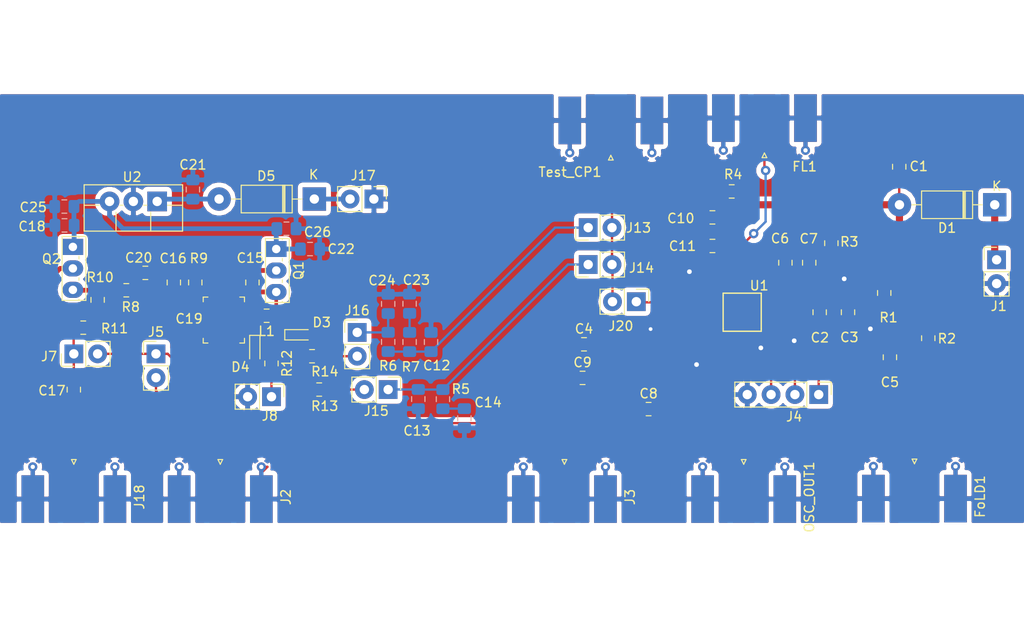
<source format=kicad_pcb>
(kicad_pcb (version 20171130) (host pcbnew "(5.0.2)-1")
  (layers (0 F.Cu signal) (31 B.Cu signal) (34 B.Paste user) (35 F.Paste user) (36 B.SilkS user) (37 F.SilkS user) (38 B.Mask user) (39 F.Mask user) (44 Edge.Cuts user))
  (net 0 "")
  (net 1 GND)
  (net 2 "Net-(C4-Pad1)")
  (net 3 "Net-(C8-Pad1)")
  (net 4 "Net-(C9-Pad2)")
  (net 5 PLL_Power)
  (net 6 "Net-(C12-Pad2)")
  (net 7 "Net-(C15-Pad1)")
  (net 8 "Net-(C15-Pad2)")
  (net 9 8V)
  (net 10 "Net-(C20-Pad2)")
  (net 11 "Net-(C21-Pad1)")
  (net 12 "Net-(D1-Pad1)")
  (net 13 "Net-(D3-Pad1)")
  (net 14 "Net-(D5-Pad1)")
  (net 15 "Net-(J2-Pad1)")
  (net 16 "Net-(J13-Pad2)")
  (net 17 V_uC)
  (net 18 Vp)
  (net 19 Vcc)
  (net 20 CE)
  (net 21 F_IN)
  (net 22 OSC_IN)
  (net 23 CPo)
  (net 24 LE)
  (net 25 Data)
  (net 26 FL)
  (net 27 FoLD)
  (net 28 OSC_OUT)
  (net 29 Clock)
  (net 30 "Net-(C13-Pad1)")
  (net 31 "Net-(C14-Pad1)")
  (net 32 "Net-(C17-Pad2)")
  (net 33 "Net-(C17-Pad1)")
  (net 34 "Net-(Q2-Pad3)")
  (net 35 "Net-(C23-Pad1)")
  (net 36 "Net-(C24-Pad1)")
  (net 37 "Net-(J8-Pad1)")
  (net 38 "Net-(J15-Pad2)")
  (net 39 "Net-(J16-Pad2)")
  (module Capacitor_SMD:C_0805_2012Metric_Pad1.15x1.40mm_HandSolder (layer B.Cu) (at 109.2925 90.5383 180)
    (fp_text reference C26 (at -3.3184 -0.3556 180) (layer F.SilkS))
    (fp_text value 100pF)
    (pad 2 smd roundrect (at 1.025 0 180) (size 1.15 1.4) (layers B.Cu B.Paste B.Mask) (roundrect_rratio 0.217391) (net 9 8V))
    (pad 1 smd roundrect (at -1.025 0 180) (size 1.15 1.4) (layers B.Cu B.Paste B.Mask) (roundrect_rratio 0.217391) (net 1 GND))
  )
  (module Capacitor_SMD:C_0805_2012Metric_Pad1.15x1.40mm_HandSolder (layer B.Cu) (at 85.6017 88.1761)
    (fp_text reference C25 (at -3.3184 0.0762) (layer F.SilkS))
    (fp_text value 100pF)
    (pad 1 smd roundrect (at -1.025 0) (size 1.15 1.4) (layers B.Cu B.Paste B.Mask) (roundrect_rratio 0.217391) (net 1 GND))
    (pad 2 smd roundrect (at 1.025 0) (size 1.15 1.4) (layers B.Cu B.Paste B.Mask) (roundrect_rratio 0.217391) (net 9 8V))
  )
  (module Resistor_SMD:R_0805_2012Metric_Pad1.15x1.40mm_HandSolder (layer F.Cu) (at 112.023 104.14 180)
    (fp_text reference R14 (at -1.3626 -1.6383 180) (layer F.SilkS))
    (fp_text value 1k)
    (pad 2 smd roundrect (at 1.025 0 180) (size 1.15 1.4) (layers F.Cu F.Paste F.Mask) (roundrect_rratio 0.217391) (net 13 "Net-(D3-Pad1)"))
    (pad 1 smd roundrect (at -1.025 0 180) (size 1.15 1.4) (layers F.Cu F.Paste F.Mask) (roundrect_rratio 0.217391) (net 39 "Net-(J16-Pad2)"))
  )
  (module Resistor_SMD:R_0805_2012Metric_Pad1.15x1.40mm_HandSolder (layer F.Cu) (at 112.785 107.696)
    (fp_text reference R13 (at 0.5879 1.7653) (layer F.SilkS))
    (fp_text value 1k)
    (pad 1 smd roundrect (at -1.025 0) (size 1.15 1.4) (layers F.Cu F.Paste F.Mask) (roundrect_rratio 0.217391) (net 13 "Net-(D3-Pad1)"))
    (pad 2 smd roundrect (at 1.025 0) (size 1.15 1.4) (layers F.Cu F.Paste F.Mask) (roundrect_rratio 0.217391) (net 38 "Net-(J15-Pad2)"))
  )
  (module Resistor_SMD:R_0805_2012Metric_Pad1.15x1.40mm_HandSolder (layer F.Cu) (at 89.154 98.1292 270)
    (fp_text reference R10 (at -2.4093 -0.2667) (layer F.SilkS))
    (fp_text value 10k)
    (pad 1 smd roundrect (at -1.025 0 270) (size 1.15 1.4) (layers F.Cu F.Paste F.Mask) (roundrect_rratio 0.217391) (net 34 "Net-(Q2-Pad3)"))
    (pad 2 smd roundrect (at 1.025 0 270) (size 1.15 1.4) (layers F.Cu F.Paste F.Mask) (roundrect_rratio 0.217391) (net 1 GND))
  )
  (module Resistor_SMD:R_0805_2012Metric_Pad1.15x1.40mm_HandSolder (layer F.Cu) (at 107.696 104.911 270)
    (fp_text reference R12 (at 0 -1.65 270) (layer F.SilkS))
    (fp_text value 1k)
    (pad 1 smd roundrect (at -1.025 0 270) (size 1.15 1.4) (layers F.Cu F.Paste F.Mask) (roundrect_rratio 0.217391) (net 13 "Net-(D3-Pad1)"))
    (pad 2 smd roundrect (at 1.025 0 270) (size 1.15 1.4) (layers F.Cu F.Paste F.Mask) (roundrect_rratio 0.217391) (net 37 "Net-(J8-Pad1)"))
  )
  (module Capacitor_SMD:C_0805_2012Metric_Pad1.15x1.40mm_HandSolder (layer B.Cu) (at 120.142 98.561 90)
    (fp_text reference C24 (at 2.4982 -0.6604 180) (layer F.SilkS))
    (fp_text value C)
    (pad 2 smd roundrect (at 1.025 0 90) (size 1.15 1.4) (layers B.Cu B.Paste B.Mask) (roundrect_rratio 0.217391) (net 1 GND))
    (pad 1 smd roundrect (at -1.025 0 90) (size 1.15 1.4) (layers B.Cu B.Paste B.Mask) (roundrect_rratio 0.217391) (net 36 "Net-(C24-Pad1)"))
  )
  (module Capacitor_SMD:C_0805_2012Metric_Pad1.15x1.40mm_HandSolder (layer B.Cu) (at 122.428 98.543 90)
    (fp_text reference C23 (at 2.531 0.7239 180) (layer F.SilkS))
    (fp_text value C)
    (pad 1 smd roundrect (at -1.025 0 90) (size 1.15 1.4) (layers B.Cu B.Paste B.Mask) (roundrect_rratio 0.217391) (net 35 "Net-(C23-Pad1)"))
    (pad 2 smd roundrect (at 1.025 0 90) (size 1.15 1.4) (layers B.Cu B.Paste B.Mask) (roundrect_rratio 0.217391) (net 1 GND))
  )
  (module Capacitor_SMD:C_Trimmer_Murata_TZB4-B (layer F.Cu) (at 102.616 100.282 270)
    (fp_text reference C19 (at -0.1425 3.7084) (layer F.SilkS))
    (fp_text value C_Variable)
    (pad 1 smd rect (at -3 0 270) (size 2 1.6) (layers F.Cu F.Paste F.Mask) (net 8 "Net-(C15-Pad2)"))
    (pad 2 smd rect (at 3 0 270) (size 2 1.6) (layers F.Cu F.Paste F.Mask) (net 1 GND))
  )
  (module Resistor_SMD:R_0805_2012Metric_Pad1.15x1.40mm_HandSolder (layer B.Cu) (at 122.428 102.625 90)
    (fp_text reference R7 (at -2.6453 0.127 180) (layer F.SilkS))
    (fp_text value R)
    (pad 1 smd roundrect (at -1.025 0 90) (size 1.15 1.4) (layers B.Cu B.Paste B.Mask) (roundrect_rratio 0.217391) (net 6 "Net-(C12-Pad2)"))
    (pad 2 smd roundrect (at 1.025 0 90) (size 1.15 1.4) (layers B.Cu B.Paste B.Mask) (roundrect_rratio 0.217391) (net 35 "Net-(C23-Pad1)"))
  )
  (module Resistor_SMD:R_0805_2012Metric_Pad1.15x1.40mm_HandSolder (layer F.Cu) (at 92.211 97.1042)
    (fp_text reference R8 (at 0.4736 1.7907) (layer F.SilkS))
    (fp_text value "0 Ohms")
    (pad 2 smd roundrect (at 1.025 0) (size 1.15 1.4) (layers F.Cu F.Paste F.Mask) (roundrect_rratio 0.217391) (net 10 "Net-(C20-Pad2)"))
    (pad 1 smd roundrect (at -1.025 0) (size 1.15 1.4) (layers F.Cu F.Paste F.Mask) (roundrect_rratio 0.217391) (net 34 "Net-(Q2-Pad3)"))
  )
  (module Capacitor_SMD:C_0805_2012Metric_Pad1.15x1.40mm_HandSolder (layer F.Cu) (at 86.614 107.705 270)
    (fp_text reference C17 (at 0.1053 2.3368) (layer F.SilkS))
    (fp_text value 100nF)
    (pad 2 smd roundrect (at 1.025 0 270) (size 1.15 1.4) (layers F.Cu F.Paste F.Mask) (roundrect_rratio 0.217391) (net 32 "Net-(C17-Pad2)"))
    (pad 1 smd roundrect (at -1.025 0 270) (size 1.15 1.4) (layers F.Cu F.Paste F.Mask) (roundrect_rratio 0.217391) (net 33 "Net-(C17-Pad1)"))
  )
  (module Capacitor_SMD:C_0805_2012Metric_Pad1.15x1.40mm_HandSolder (layer B.Cu) (at 128.27 110.753 270)
    (fp_text reference C14 (at -1.6854 -2.5273) (layer F.SilkS))
    (fp_text value C)
    (pad 1 smd roundrect (at -1.025 0 270) (size 1.15 1.4) (layers B.Cu B.Paste B.Mask) (roundrect_rratio 0.217391) (net 31 "Net-(C14-Pad1)"))
    (pad 2 smd roundrect (at 1.025 0 270) (size 1.15 1.4) (layers B.Cu B.Paste B.Mask) (roundrect_rratio 0.217391) (net 1 GND))
  )
  (module Package_TO_SOT_THT:TO-251-3_Vertical (layer F.Cu) (at 86.5124 92.4814 270)
    (fp_text reference Q2 (at 1.2827 2.2987) (layer F.SilkS))
    (fp_text value Q_NJFET_DSG)
    (pad 3 thru_hole oval (at 4.58 0 270) (size 1.7175 2.2) (drill 0.9) (layers *.Cu *.Mask) (net 34 "Net-(Q2-Pad3)"))
    (pad 2 thru_hole oval (at 2.29 0 270) (size 1.7175 2.2) (drill 0.9) (layers *.Cu *.Mask) (net 33 "Net-(C17-Pad1)"))
    (pad 1 thru_hole rect (at 0 0 270) (size 1.7175 2.2) (drill 0.9) (layers *.Cu *.Mask) (net 9 8V))
  )
  (module Package_TO_SOT_THT:TO-251-3_Vertical (layer F.Cu) (at 108.204 92.706 270)
    (fp_text reference Q1 (at 2.29 -2.39 270) (layer F.SilkS))
    (fp_text value Q_NJFET_DSG)
    (pad 1 thru_hole rect (at 0 0 270) (size 1.7 2.2) (drill 0.9) (layers *.Cu *.Mask) (net 9 8V))
    (pad 2 thru_hole oval (at 2.29 0 270) (size 1.7 2.2) (drill 0.9) (layers *.Cu *.Mask) (net 7 "Net-(C15-Pad1)"))
    (pad 3 thru_hole oval (at 4.58 0 270) (size 1.7 2.2) (drill 0.9) (layers *.Cu *.Mask) (net 8 "Net-(C15-Pad2)"))
  )
  (module Connector_Coaxial:SMA_Molex_73251-1153_EdgeMount_Horizontal (layer F.Cu) (at 176.276 117.6092 90)
    (fp_text reference FoLD1 (at -1.5 7 90) (layer F.SilkS))
    (fp_text value Conn_Coaxial)
    (pad 2 smd rect (at 1.27 4.38 90) (size 0.95 0.46) (layers B.Cu) (net 1 GND))
    (pad 2 smd rect (at 1.27 -4.38 90) (size 0.95 0.46) (layers B.Cu) (net 1 GND))
    (pad 2 smd rect (at 1.27 4.38 90) (size 0.95 0.46) (layers F.Cu) (net 1 GND))
    (pad 2 smd rect (at 1.27 -4.38 90) (size 0.95 0.46) (layers F.Cu) (net 1 GND))
    (pad 2 thru_hole circle (at 1.72 4.38 90) (size 0.97 0.97) (drill 0.46) (layers *.Cu) (net 1 GND))
    (pad 2 thru_hole circle (at 1.72 -4.38 90) (size 0.97 0.97) (drill 0.46) (layers *.Cu) (net 1 GND))
    (pad 2 smd rect (at -1.72 4.38 90) (size 5.08 2.42) (layers B.Cu B.Paste B.Mask) (net 1 GND))
    (pad 2 smd rect (at -1.72 -4.38 90) (size 5.08 2.42) (layers B.Cu B.Paste B.Mask) (net 1 GND))
    (pad 2 smd rect (at -1.72 4.38 90) (size 5.08 2.42) (layers F.Cu F.Paste F.Mask) (net 1 GND))
    (pad 2 smd rect (at -1.72 -4.38 90) (size 5.08 2.42) (layers F.Cu F.Paste F.Mask) (net 1 GND))
    (pad 1 smd rect (at -1.72 0 90) (size 5.08 2.29) (layers F.Cu F.Paste F.Mask) (net 27 FoLD))
  )
  (module Connector_Coaxial:SMA_Molex_73251-1153_EdgeMount_Horizontal (layer F.Cu) (at 160.274 80.46 270)
    (fp_text reference FL1 (at 3.45652 -4.28244) (layer F.SilkS))
    (fp_text value Conn_Coaxial)
    (pad 1 smd rect (at -1.72 0 270) (size 5.08 2.29) (layers F.Cu F.Paste F.Mask) (net 26 FL))
    (pad 2 smd rect (at -1.72 -4.38 270) (size 5.08 2.42) (layers F.Cu F.Paste F.Mask) (net 1 GND))
    (pad 2 smd rect (at -1.72 4.38 270) (size 5.08 2.42) (layers F.Cu F.Paste F.Mask) (net 1 GND))
    (pad 2 smd rect (at -1.72 -4.38 270) (size 5.08 2.42) (layers B.Cu B.Paste B.Mask) (net 1 GND))
    (pad 2 smd rect (at -1.72 4.38 270) (size 5.08 2.42) (layers B.Cu B.Paste B.Mask) (net 1 GND))
    (pad 2 thru_hole circle (at 1.72 -4.38 270) (size 0.97 0.97) (drill 0.46) (layers *.Cu) (net 1 GND))
    (pad 2 thru_hole circle (at 1.72 4.38 270) (size 0.97 0.97) (drill 0.46) (layers *.Cu) (net 1 GND))
    (pad 2 smd rect (at 1.27 -4.38 270) (size 0.95 0.46) (layers F.Cu) (net 1 GND))
    (pad 2 smd rect (at 1.27 4.38 270) (size 0.95 0.46) (layers F.Cu) (net 1 GND))
    (pad 2 smd rect (at 1.27 -4.38 270) (size 0.95 0.46) (layers B.Cu) (net 1 GND))
    (pad 2 smd rect (at 1.27 4.38 270) (size 0.95 0.46) (layers B.Cu) (net 1 GND))
  )
  (module Connector_Coaxial:SMA_Molex_73251-1153_EdgeMount_Horizontal (layer F.Cu) (at 143.891 80.714 270)
    (fp_text reference Test_CP1 (at 3.78672 4.35356) (layer F.SilkS))
    (fp_text value Conn_Coaxial)
    (pad 2 smd rect (at 1.27 4.38 270) (size 0.95 0.46) (layers B.Cu) (net 1 GND))
    (pad 2 smd rect (at 1.27 -4.38 270) (size 0.95 0.46) (layers B.Cu) (net 1 GND))
    (pad 2 smd rect (at 1.27 4.38 270) (size 0.95 0.46) (layers F.Cu) (net 1 GND))
    (pad 2 smd rect (at 1.27 -4.38 270) (size 0.95 0.46) (layers F.Cu) (net 1 GND))
    (pad 2 thru_hole circle (at 1.72 4.38 270) (size 0.97 0.97) (drill 0.46) (layers *.Cu) (net 1 GND))
    (pad 2 thru_hole circle (at 1.72 -4.38 270) (size 0.97 0.97) (drill 0.46) (layers *.Cu) (net 1 GND))
    (pad 2 smd rect (at -1.72 4.38 270) (size 5.08 2.42) (layers B.Cu B.Paste B.Mask) (net 1 GND))
    (pad 2 smd rect (at -1.72 -4.38 270) (size 5.08 2.42) (layers B.Cu B.Paste B.Mask) (net 1 GND))
    (pad 2 smd rect (at -1.72 4.38 270) (size 5.08 2.42) (layers F.Cu F.Paste F.Mask) (net 1 GND))
    (pad 2 smd rect (at -1.72 -4.38 270) (size 5.08 2.42) (layers F.Cu F.Paste F.Mask) (net 1 GND))
    (pad 1 smd rect (at -1.72 0 270) (size 5.08 2.29) (layers F.Cu F.Paste F.Mask) (net 16 "Net-(J13-Pad2)"))
  )
  (module Connector_Coaxial:SMA_Molex_73251-1153_EdgeMount_Horizontal (layer F.Cu) (at 158.0642 117.66 90)
    (fp_text reference OSC_OUT1 (at -1.5 7 90) (layer F.SilkS))
    (fp_text value Conn_Coaxial)
    (pad 1 smd rect (at -1.72 0 90) (size 5.08 2.29) (layers F.Cu F.Paste F.Mask) (net 28 OSC_OUT))
    (pad 2 smd rect (at -1.72 -4.38 90) (size 5.08 2.42) (layers F.Cu F.Paste F.Mask) (net 1 GND))
    (pad 2 smd rect (at -1.72 4.38 90) (size 5.08 2.42) (layers F.Cu F.Paste F.Mask) (net 1 GND))
    (pad 2 smd rect (at -1.72 -4.38 90) (size 5.08 2.42) (layers B.Cu B.Paste B.Mask) (net 1 GND))
    (pad 2 smd rect (at -1.72 4.38 90) (size 5.08 2.42) (layers B.Cu B.Paste B.Mask) (net 1 GND))
    (pad 2 thru_hole circle (at 1.72 -4.38 90) (size 0.97 0.97) (drill 0.46) (layers *.Cu) (net 1 GND))
    (pad 2 thru_hole circle (at 1.72 4.38 90) (size 0.97 0.97) (drill 0.46) (layers *.Cu) (net 1 GND))
    (pad 2 smd rect (at 1.27 -4.38 90) (size 0.95 0.46) (layers F.Cu) (net 1 GND))
    (pad 2 smd rect (at 1.27 4.38 90) (size 0.95 0.46) (layers F.Cu) (net 1 GND))
    (pad 2 smd rect (at 1.27 -4.38 90) (size 0.95 0.46) (layers B.Cu) (net 1 GND))
    (pad 2 smd rect (at 1.27 4.38 90) (size 0.95 0.46) (layers B.Cu) (net 1 GND))
  )
  (module Capacitor_SMD:C_0805_2012Metric_Pad1.15x1.40mm_HandSolder (layer F.Cu) (at 174.6504 83.9306 270)
    (fp_text reference C1 (at -0.04456 -2.0828) (layer F.SilkS))
    (fp_text value C)
    (pad 1 smd roundrect (at -1.025 0 270) (size 1.15 1.4) (layers F.Cu F.Paste F.Mask) (roundrect_rratio 0.217391) (net 1 GND))
    (pad 2 smd roundrect (at 1.025 0 270) (size 1.15 1.4) (layers F.Cu F.Paste F.Mask) (roundrect_rratio 0.217391) (net 5 PLL_Power))
  )
  (module Capacitor_SMD:C_0805_2012Metric_Pad1.15x1.40mm_HandSolder (layer F.Cu) (at 166.1668 99.45 90)
    (fp_text reference C2 (at -2.7088 0.02032 180) (layer F.SilkS))
    (fp_text value 100nF)
    (pad 1 smd roundrect (at -1.025 0 90) (size 1.15 1.4) (layers F.Cu F.Paste F.Mask) (roundrect_rratio 0.217391) (net 1 GND))
    (pad 2 smd roundrect (at 1.025 0 90) (size 1.15 1.4) (layers F.Cu F.Paste F.Mask) (roundrect_rratio 0.217391) (net 17 V_uC))
  )
  (module Capacitor_SMD:C_0805_2012Metric_Pad1.15x1.40mm_HandSolder (layer F.Cu) (at 169.1894 99.45 90)
    (fp_text reference C3 (at -2.67324 0.14224 180) (layer F.SilkS))
    (fp_text value 100pF)
    (pad 2 smd roundrect (at 1.025 0 90) (size 1.15 1.4) (layers F.Cu F.Paste F.Mask) (roundrect_rratio 0.217391) (net 17 V_uC))
    (pad 1 smd roundrect (at -1.025 0 90) (size 1.15 1.4) (layers F.Cu F.Paste F.Mask) (roundrect_rratio 0.217391) (net 1 GND))
  )
  (module Capacitor_SMD:C_0805_2012Metric_Pad1.15x1.40mm_HandSolder (layer F.Cu) (at 141.0298 102.87)
    (fp_text reference C4 (at 0 -1.65) (layer F.SilkS))
    (fp_text value 1000pF)
    (pad 2 smd roundrect (at 1.025 0) (size 1.15 1.4) (layers F.Cu F.Paste F.Mask) (roundrect_rratio 0.217391) (net 21 F_IN))
    (pad 1 smd roundrect (at -1.025 0) (size 1.15 1.4) (layers F.Cu F.Paste F.Mask) (roundrect_rratio 0.217391) (net 2 "Net-(C4-Pad1)"))
  )
  (module Capacitor_SMD:C_0805_2012Metric_Pad1.15x1.40mm_HandSolder (layer F.Cu) (at 173.6598 104.2506 90)
    (fp_text reference C5 (at -2.66308 -0.00508 180) (layer F.SilkS))
    (fp_text value 100nF)
    (pad 2 smd roundrect (at 1.025 0 90) (size 1.15 1.4) (layers F.Cu F.Paste F.Mask) (roundrect_rratio 0.217391) (net 20 CE))
    (pad 1 smd roundrect (at -1.025 0 90) (size 1.15 1.4) (layers F.Cu F.Paste F.Mask) (roundrect_rratio 0.217391) (net 1 GND))
  )
  (module Capacitor_SMD:C_0805_2012Metric_Pad1.15x1.40mm_HandSolder (layer F.Cu) (at 162.5092 94.1668 90)
    (fp_text reference C6 (at 2.5871 -0.5715 180) (layer F.SilkS))
    (fp_text value 100nF)
    (pad 1 smd roundrect (at -1.025 0 90) (size 1.15 1.4) (layers F.Cu F.Paste F.Mask) (roundrect_rratio 0.217391) (net 1 GND))
    (pad 2 smd roundrect (at 1.025 0 90) (size 1.15 1.4) (layers F.Cu F.Paste F.Mask) (roundrect_rratio 0.217391) (net 19 Vcc))
  )
  (module Capacitor_SMD:C_0805_2012Metric_Pad1.15x1.40mm_HandSolder (layer F.Cu) (at 165.0492 94.1668 90)
    (fp_text reference C7 (at 2.5617 -0.0508 180) (layer F.SilkS))
    (fp_text value 100pF)
    (pad 1 smd roundrect (at -1.025 0 90) (size 1.15 1.4) (layers F.Cu F.Paste F.Mask) (roundrect_rratio 0.217391) (net 1 GND))
    (pad 2 smd roundrect (at 1.025 0 90) (size 1.15 1.4) (layers F.Cu F.Paste F.Mask) (roundrect_rratio 0.217391) (net 19 Vcc))
  )
  (module Capacitor_SMD:C_0805_2012Metric_Pad1.15x1.40mm_HandSolder (layer F.Cu) (at 147.9206 109.7788)
    (fp_text reference C8 (at 0 -1.65) (layer F.SilkS))
    (fp_text value 1000pF)
    (pad 2 smd roundrect (at 1.025 0) (size 1.15 1.4) (layers F.Cu F.Paste F.Mask) (roundrect_rratio 0.217391) (net 22 OSC_IN))
    (pad 1 smd roundrect (at -1.025 0) (size 1.15 1.4) (layers F.Cu F.Paste F.Mask) (roundrect_rratio 0.217391) (net 3 "Net-(C8-Pad1)"))
  )
  (module Capacitor_SMD:C_0805_2012Metric_Pad1.15x1.40mm_HandSolder (layer F.Cu) (at 140.8774 106.4514)
    (fp_text reference C9 (at 0 -1.65) (layer F.SilkS))
    (fp_text value 100nF)
    (pad 2 smd roundrect (at 1.025 0) (size 1.15 1.4) (layers F.Cu F.Paste F.Mask) (roundrect_rratio 0.217391) (net 4 "Net-(C9-Pad2)"))
    (pad 1 smd roundrect (at -1.025 0) (size 1.15 1.4) (layers F.Cu F.Paste F.Mask) (roundrect_rratio 0.217391) (net 1 GND))
  )
  (module Capacitor_SMD:C_0805_2012Metric_Pad1.15x1.40mm_HandSolder (layer F.Cu) (at 154.7278 89.3318)
    (fp_text reference C10 (at -3.3692 0.1016) (layer F.SilkS))
    (fp_text value 100nF)
    (pad 2 smd roundrect (at 1.025 0) (size 1.15 1.4) (layers F.Cu F.Paste F.Mask) (roundrect_rratio 0.217391) (net 18 Vp))
    (pad 1 smd roundrect (at -1.025 0) (size 1.15 1.4) (layers F.Cu F.Paste F.Mask) (roundrect_rratio 0.217391) (net 1 GND))
  )
  (module Capacitor_SMD:C_0805_2012Metric_Pad1.15x1.40mm_HandSolder (layer F.Cu) (at 154.7278 92.3798)
    (fp_text reference C11 (at -3.1914 0.0127) (layer F.SilkS))
    (fp_text value 100pF)
    (pad 1 smd roundrect (at -1.025 0) (size 1.15 1.4) (layers F.Cu F.Paste F.Mask) (roundrect_rratio 0.217391) (net 1 GND))
    (pad 2 smd roundrect (at 1.025 0) (size 1.15 1.4) (layers F.Cu F.Paste F.Mask) (roundrect_rratio 0.217391) (net 18 Vp))
  )
  (module Capacitor_SMD:C_0805_2012Metric_Pad1.15x1.40mm_HandSolder (layer B.Cu) (at 124.714 102.625 270)
    (fp_text reference C12 (at 2.5056 -0.6096) (layer F.SilkS))
    (fp_text value C)
    (pad 2 smd roundrect (at 1.025 0 270) (size 1.15 1.4) (layers B.Cu B.Paste B.Mask) (roundrect_rratio 0.217391) (net 6 "Net-(C12-Pad2)"))
    (pad 1 smd roundrect (at -1.025 0 270) (size 1.15 1.4) (layers B.Cu B.Paste B.Mask) (roundrect_rratio 0.217391) (net 1 GND))
  )
  (module Capacitor_SMD:C_0805_2012Metric_Pad1.15x1.40mm_HandSolder (layer B.Cu) (at 123.3551 108.7083 270)
    (fp_text reference C13 (at 3.3819 0.1397) (layer F.SilkS))
    (fp_text value C)
    (pad 2 smd roundrect (at 1.025 0 270) (size 1.15 1.4) (layers B.Cu B.Paste B.Mask) (roundrect_rratio 0.217391) (net 1 GND))
    (pad 1 smd roundrect (at -1.025 0 270) (size 1.15 1.4) (layers B.Cu B.Paste B.Mask) (roundrect_rratio 0.217391) (net 30 "Net-(C13-Pad1)"))
  )
  (module Capacitor_SMD:C_0805_2012Metric_Pad1.15x1.40mm_HandSolder (layer F.Cu) (at 105.664 96.275 270)
    (fp_text reference C15 (at -2.6125 0.2286) (layer F.SilkS))
    (fp_text value 120)
    (pad 1 smd roundrect (at -1.025 0 270) (size 1.15 1.4) (layers F.Cu F.Paste F.Mask) (roundrect_rratio 0.217391) (net 7 "Net-(C15-Pad1)"))
    (pad 2 smd roundrect (at 1.025 0 270) (size 1.15 1.4) (layers F.Cu F.Paste F.Mask) (roundrect_rratio 0.217391) (net 8 "Net-(C15-Pad2)"))
  )
  (module Capacitor_SMD:C_0805_2012Metric_Pad1.15x1.40mm_HandSolder (layer F.Cu) (at 97.282 96.275 90)
    (fp_text reference C16 (at 2.5744 -0.0762 180) (layer F.SilkS))
    (fp_text value 560)
    (pad 2 smd roundrect (at 1.025 0 90) (size 1.15 1.4) (layers F.Cu F.Paste F.Mask) (roundrect_rratio 0.217391) (net 7 "Net-(C15-Pad1)"))
    (pad 1 smd roundrect (at -1.025 0 90) (size 1.15 1.4) (layers F.Cu F.Paste F.Mask) (roundrect_rratio 0.217391) (net 1 GND))
  )
  (module Capacitor_SMD:C_0805_2012Metric_Pad1.15x1.40mm_HandSolder (layer B.Cu) (at 85.6197 90.1827)
    (fp_text reference C18 (at -3.4634 0.1143) (layer F.SilkS))
    (fp_text value 100nF)
    (pad 1 smd roundrect (at -1.025 0) (size 1.15 1.4) (layers B.Cu B.Paste B.Mask) (roundrect_rratio 0.217391) (net 1 GND))
    (pad 2 smd roundrect (at 1.025 0) (size 1.15 1.4) (layers B.Cu B.Paste B.Mask) (roundrect_rratio 0.217391) (net 9 8V))
  )
  (module Capacitor_SMD:C_0805_2012Metric_Pad1.15x1.40mm_HandSolder (layer F.Cu) (at 94.243 95.25 180)
    (fp_text reference C20 (at 0.7075 1.6129 180) (layer F.SilkS))
    (fp_text value 10pF)
    (pad 1 smd roundrect (at -1.025 0 180) (size 1.15 1.4) (layers F.Cu F.Paste F.Mask) (roundrect_rratio 0.217391) (net 7 "Net-(C15-Pad1)"))
    (pad 2 smd roundrect (at 1.025 0 180) (size 1.15 1.4) (layers F.Cu F.Paste F.Mask) (roundrect_rratio 0.217391) (net 10 "Net-(C20-Pad2)"))
  )
  (module Capacitor_SMD:C_0805_2012Metric_Pad1.15x1.40mm_HandSolder (layer B.Cu) (at 99.314 86.36 90)
    (fp_text reference C21 (at 2.6416 0) (layer F.SilkS))
    (fp_text value 100nF)
    (pad 1 smd roundrect (at -1.025 0 90) (size 1.15 1.4) (layers B.Cu B.Paste B.Mask) (roundrect_rratio 0.217391) (net 11 "Net-(C21-Pad1)"))
    (pad 2 smd roundrect (at 1.025 0 90) (size 1.15 1.4) (layers B.Cu B.Paste B.Mask) (roundrect_rratio 0.217391) (net 1 GND))
  )
  (module Capacitor_SMD:C_0805_2012Metric_Pad1.15x1.40mm_HandSolder (layer B.Cu) (at 111.8071 92.71 180)
    (fp_text reference C22 (at -3.3184 0 180) (layer F.SilkS))
    (fp_text value 100nF)
    (pad 1 smd roundrect (at -1.025 0 180) (size 1.15 1.4) (layers B.Cu B.Paste B.Mask) (roundrect_rratio 0.217391) (net 1 GND))
    (pad 2 smd roundrect (at 1.025 0 180) (size 1.15 1.4) (layers B.Cu B.Paste B.Mask) (roundrect_rratio 0.217391) (net 9 8V))
  )
  (module Diode_THT:D_DO-41_SOD81_P10.16mm_Horizontal (layer F.Cu) (at 184.8358 87.9856 180)
    (fp_text reference D1 (at 5.08 -2.47 180) (layer F.SilkS))
    (fp_text value DIODE)
    (fp_text user K (at -0.21336 1.9812 180) (layer F.SilkS))
    (pad 1 thru_hole rect (at 0 0 180) (size 2.5 2.5) (drill 1) (layers *.Cu *.Mask) (net 12 "Net-(D1-Pad1)"))
    (pad 2 thru_hole oval (at 10.16 0 180) (size 2.5 2.5) (drill 1) (layers *.Cu *.Mask) (net 5 PLL_Power))
  )
  (module Diode_SMD:D_SC-80_HandSoldering (layer F.Cu) (at 110.914 101.854)
    (fp_text reference D3 (at 2.1414 -1.3208) (layer F.SilkS))
    (fp_text value D_Capacitance)
    (pad 1 smd rect (at -1.1 0) (size 1.1 0.6) (layers F.Cu F.Paste F.Mask) (net 13 "Net-(D3-Pad1)"))
    (pad 2 smd rect (at 1.1 0) (size 1.1 0.6) (layers F.Cu F.Paste F.Mask) (net 8 "Net-(C15-Pad2)"))
  )
  (module Diode_SMD:D_SC-80_HandSoldering (layer F.Cu) (at 105.918 103.716 270)
    (fp_text reference D4 (at 1.5797 1.5367) (layer F.SilkS))
    (fp_text value D_Capacitance)
    (pad 2 smd rect (at 1.1 0 270) (size 1.1 0.6) (layers F.Cu F.Paste F.Mask) (net 1 GND))
    (pad 1 smd rect (at -1.1 0 270) (size 1.1 0.6) (layers F.Cu F.Paste F.Mask) (net 13 "Net-(D3-Pad1)"))
  )
  (module Diode_THT:D_DO-41_SOD81_P10.16mm_Horizontal (layer F.Cu) (at 112.268 87.376 180)
    (fp_text reference D5 (at 5.1308 2.4511 180) (layer F.SilkS))
    (fp_text value DIODE)
    (fp_text user K (at 0.0762 2.6035 180) (layer F.SilkS))
    (pad 2 thru_hole oval (at 10.16 0 180) (size 2.5 2.5) (drill 1) (layers *.Cu *.Mask) (net 11 "Net-(C21-Pad1)"))
    (pad 1 thru_hole rect (at 0 0 180) (size 2.5 2.5) (drill 1) (layers *.Cu *.Mask) (net 14 "Net-(D5-Pad1)"))
  )
  (module Connector_PinHeader_2.54mm:PinHeader_1x02_P2.54mm_Vertical (layer F.Cu) (at 185.039 93.853)
    (fp_text reference J1 (at 0.2286 4.94792) (layer F.SilkS))
    (fp_text value Conn_01x02_Male)
    (pad 2 thru_hole oval (at 0 2.54) (size 2 2) (drill 1) (layers *.Cu *.Mask) (net 1 GND))
    (pad 1 thru_hole rect (at 0 0) (size 2 2) (drill 1) (layers *.Cu *.Mask) (net 12 "Net-(D1-Pad1)"))
  )
  (module Connector_Coaxial:SMA_Molex_73251-1153_EdgeMount_Horizontal (layer F.Cu) (at 102.235 117.66 90)
    (fp_text reference J2 (at -1.5 7 90) (layer F.SilkS))
    (fp_text value Conn_Coaxial)
    (pad 2 smd rect (at 1.27 4.38 90) (size 0.95 0.46) (layers B.Cu) (net 1 GND))
    (pad 2 smd rect (at 1.27 -4.38 90) (size 0.95 0.46) (layers B.Cu) (net 1 GND))
    (pad 2 smd rect (at 1.27 4.38 90) (size 0.95 0.46) (layers F.Cu) (net 1 GND))
    (pad 2 smd rect (at 1.27 -4.38 90) (size 0.95 0.46) (layers F.Cu) (net 1 GND))
    (pad 2 thru_hole circle (at 1.72 4.38 90) (size 0.97 0.97) (drill 0.46) (layers *.Cu) (net 1 GND))
    (pad 2 thru_hole circle (at 1.72 -4.38 90) (size 0.97 0.97) (drill 0.46) (layers *.Cu) (net 1 GND))
    (pad 2 smd rect (at -1.72 4.38 90) (size 5.08 2.42) (layers B.Cu B.Paste B.Mask) (net 1 GND))
    (pad 2 smd rect (at -1.72 -4.38 90) (size 5.08 2.42) (layers B.Cu B.Paste B.Mask) (net 1 GND))
    (pad 2 smd rect (at -1.72 4.38 90) (size 5.08 2.42) (layers F.Cu F.Paste F.Mask) (net 1 GND))
    (pad 2 smd rect (at -1.72 -4.38 90) (size 5.08 2.42) (layers F.Cu F.Paste F.Mask) (net 1 GND))
    (pad 1 smd rect (at -1.72 0 90) (size 5.08 2.29) (layers F.Cu F.Paste F.Mask) (net 15 "Net-(J2-Pad1)"))
  )
  (module Connector_Coaxial:SMA_Molex_73251-1153_EdgeMount_Horizontal (layer F.Cu) (at 138.938 117.66 90)
    (fp_text reference J3 (at -1.5 7 90) (layer F.SilkS))
    (fp_text value Conn_Coaxial)
    (pad 1 smd rect (at -1.72 0 90) (size 5.08 2.29) (layers F.Cu F.Paste F.Mask) (net 3 "Net-(C8-Pad1)"))
    (pad 2 smd rect (at -1.72 -4.38 90) (size 5.08 2.42) (layers F.Cu F.Paste F.Mask) (net 1 GND))
    (pad 2 smd rect (at -1.72 4.38 90) (size 5.08 2.42) (layers F.Cu F.Paste F.Mask) (net 1 GND))
    (pad 2 smd rect (at -1.72 -4.38 90) (size 5.08 2.42) (layers B.Cu B.Paste B.Mask) (net 1 GND))
    (pad 2 smd rect (at -1.72 4.38 90) (size 5.08 2.42) (layers B.Cu B.Paste B.Mask) (net 1 GND))
    (pad 2 thru_hole circle (at 1.72 -4.38 90) (size 0.97 0.97) (drill 0.46) (layers *.Cu) (net 1 GND))
    (pad 2 thru_hole circle (at 1.72 4.38 90) (size 0.97 0.97) (drill 0.46) (layers *.Cu) (net 1 GND))
    (pad 2 smd rect (at 1.27 -4.38 90) (size 0.95 0.46) (layers F.Cu) (net 1 GND))
    (pad 2 smd rect (at 1.27 4.38 90) (size 0.95 0.46) (layers F.Cu) (net 1 GND))
    (pad 2 smd rect (at 1.27 -4.38 90) (size 0.95 0.46) (layers B.Cu) (net 1 GND))
    (pad 2 smd rect (at 1.27 4.38 90) (size 0.95 0.46) (layers B.Cu) (net 1 GND))
  )
  (module Connector_PinHeader_2.54mm:PinHeader_1x04_P2.54mm_Vertical (layer F.Cu) (at 166.0652 108.2294 270)
    (fp_text reference J4 (at 2.3622 2.62128) (layer F.SilkS))
    (fp_text value Conn_01x04_Male)
    (pad 1 thru_hole rect (at 0 0 270) (size 2 2) (drill 1) (layers *.Cu *.Mask) (net 24 LE))
    (pad 2 thru_hole oval (at 0 2.54 270) (size 2 2) (drill 1) (layers *.Cu *.Mask) (net 25 Data))
    (pad 3 thru_hole oval (at 0 5.08 270) (size 2 2) (drill 1) (layers *.Cu *.Mask) (net 29 Clock))
    (pad 4 thru_hole oval (at 0 7.62 270) (size 2 2) (drill 1) (layers *.Cu *.Mask) (net 1 GND))
  )
  (module Connector_PinHeader_2.54mm:PinHeader_1x02_P2.54mm_Vertical (layer F.Cu) (at 95.377 103.886)
    (fp_text reference J5 (at 0 -2.33) (layer F.SilkS))
    (fp_text value Conn_01x02_Male)
    (pad 1 thru_hole rect (at 0 0) (size 2 2) (drill 1) (layers *.Cu *.Mask) (net 2 "Net-(C4-Pad1)"))
    (pad 2 thru_hole oval (at 0 2.54) (size 2 2) (drill 1) (layers *.Cu *.Mask) (net 15 "Net-(J2-Pad1)"))
  )
  (module Connector_PinHeader_2.54mm:PinHeader_1x02_P2.54mm_Vertical (layer F.Cu) (at 86.614 103.886 90)
    (fp_text reference J7 (at -0.2794 -2.6416 180) (layer F.SilkS))
    (fp_text value Conn_01x02_Male)
    (pad 2 thru_hole oval (at 0 2.54 90) (size 2 2) (drill 1) (layers *.Cu *.Mask) (net 2 "Net-(C4-Pad1)"))
    (pad 1 thru_hole rect (at 0 0 90) (size 2 2) (drill 1) (layers *.Cu *.Mask) (net 33 "Net-(C17-Pad1)"))
  )
  (module Connector_PinHeader_2.54mm:PinHeader_1x02_P2.54mm_Vertical (layer F.Cu) (at 107.696 108.458 270)
    (fp_text reference J8 (at 2.0447 0.1778) (layer F.SilkS))
    (fp_text value Conn_01x02_Male)
    (pad 1 thru_hole rect (at 0 0 270) (size 2 2) (drill 1) (layers *.Cu *.Mask) (net 37 "Net-(J8-Pad1)"))
    (pad 2 thru_hole oval (at 0 2.54 270) (size 2 2) (drill 1) (layers *.Cu *.Mask) (net 1 GND))
  )
  (module Connector_PinHeader_2.54mm:PinHeader_1x02_P2.54mm_Vertical (layer F.Cu) (at 141.478 90.424 90)
    (fp_text reference J13 (at -0.02032 5.37464 180) (layer F.SilkS))
    (fp_text value Conn_01x02_Male)
    (pad 2 thru_hole oval (at 0 2.54 90) (size 2 2) (drill 1) (layers *.Cu *.Mask) (net 16 "Net-(J13-Pad2)"))
    (pad 1 thru_hole rect (at 0 0 90) (size 2 2) (drill 1) (layers *.Cu *.Mask) (net 6 "Net-(C12-Pad2)"))
  )
  (module Connector_PinHeader_2.54mm:PinHeader_1x02_P2.54mm_Vertical (layer F.Cu) (at 141.478 94.361 90)
    (fp_text reference J14 (at -0.3556 5.68452 180) (layer F.SilkS))
    (fp_text value Conn_01x02_Male)
    (pad 1 thru_hole rect (at 0 0 90) (size 2 2) (drill 1) (layers *.Cu *.Mask) (net 30 "Net-(C13-Pad1)"))
    (pad 2 thru_hole oval (at 0 2.54 90) (size 2 2) (drill 1) (layers *.Cu *.Mask) (net 16 "Net-(J13-Pad2)"))
  )
  (module Connector_PinHeader_2.54mm:PinHeader_1x02_P2.54mm_Vertical (layer F.Cu) (at 120.142 107.696 270)
    (fp_text reference J15 (at 2.286 1.27) (layer F.SilkS))
    (fp_text value Conn_01x02_Male)
    (pad 2 thru_hole oval (at 0 2.54 270) (size 2 2) (drill 1) (layers *.Cu *.Mask) (net 38 "Net-(J15-Pad2)"))
    (pad 1 thru_hole rect (at 0 0 270) (size 2 2) (drill 1) (layers *.Cu *.Mask) (net 30 "Net-(C13-Pad1)"))
  )
  (module Connector_PinHeader_2.54mm:PinHeader_1x02_P2.54mm_Vertical (layer F.Cu) (at 116.84 101.6)
    (fp_text reference J16 (at 0 -2.33) (layer F.SilkS))
    (fp_text value Conn_01x02_Male)
    (pad 1 thru_hole rect (at 0 0) (size 2 2) (drill 1) (layers *.Cu *.Mask) (net 36 "Net-(C24-Pad1)"))
    (pad 2 thru_hole oval (at 0 2.54) (size 2 2) (drill 1) (layers *.Cu *.Mask) (net 39 "Net-(J16-Pad2)"))
  )
  (module Connector_PinHeader_2.54mm:PinHeader_1x02_P2.54mm_Vertical (layer F.Cu) (at 118.618 87.376 270)
    (fp_text reference J17 (at -2.5019 1.143) (layer F.SilkS))
    (fp_text value Conn_01x02_Male)
    (pad 1 thru_hole rect (at 0 0 270) (size 2 2) (drill 1) (layers *.Cu *.Mask) (net 1 GND))
    (pad 2 thru_hole oval (at 0 2.54 270) (size 2 2) (drill 1) (layers *.Cu *.Mask) (net 14 "Net-(D5-Pad1)"))
  )
  (module Connector_Coaxial:SMA_Molex_73251-1153_EdgeMount_Horizontal (layer F.Cu) (at 86.614 117.66 90)
    (fp_text reference J18 (at -1.5 7 90) (layer F.SilkS))
    (fp_text value Conn_Coaxial)
    (pad 1 smd rect (at -1.72 0 90) (size 5.08 2.29) (layers F.Cu F.Paste F.Mask) (net 32 "Net-(C17-Pad2)"))
    (pad 2 smd rect (at -1.72 -4.38 90) (size 5.08 2.42) (layers F.Cu F.Paste F.Mask) (net 1 GND))
    (pad 2 smd rect (at -1.72 4.38 90) (size 5.08 2.42) (layers F.Cu F.Paste F.Mask) (net 1 GND))
    (pad 2 smd rect (at -1.72 -4.38 90) (size 5.08 2.42) (layers B.Cu B.Paste B.Mask) (net 1 GND))
    (pad 2 smd rect (at -1.72 4.38 90) (size 5.08 2.42) (layers B.Cu B.Paste B.Mask) (net 1 GND))
    (pad 2 thru_hole circle (at 1.72 -4.38 90) (size 0.97 0.97) (drill 0.46) (layers *.Cu) (net 1 GND))
    (pad 2 thru_hole circle (at 1.72 4.38 90) (size 0.97 0.97) (drill 0.46) (layers *.Cu) (net 1 GND))
    (pad 2 smd rect (at 1.27 -4.38 90) (size 0.95 0.46) (layers F.Cu) (net 1 GND))
    (pad 2 smd rect (at 1.27 4.38 90) (size 0.95 0.46) (layers F.Cu) (net 1 GND))
    (pad 2 smd rect (at 1.27 -4.38 90) (size 0.95 0.46) (layers B.Cu) (net 1 GND))
    (pad 2 smd rect (at 1.27 4.38 90) (size 0.95 0.46) (layers B.Cu) (net 1 GND))
  )
  (module Connector_PinHeader_2.54mm:PinHeader_1x02_P2.54mm_Vertical (layer F.Cu) (at 146.6088 98.3234 270)
    (fp_text reference J20 (at 2.60096 1.64592) (layer F.SilkS))
    (fp_text value Conn_01x02_Male)
    (pad 2 thru_hole oval (at 0 2.54 270) (size 2 2) (drill 1) (layers *.Cu *.Mask) (net 16 "Net-(J13-Pad2)"))
    (pad 1 thru_hole rect (at 0 0 270) (size 2 2) (drill 1) (layers *.Cu *.Mask) (net 23 CPo))
  )
  (module Inductor_SMD:L_0805_2012Metric_Pad1.15x1.40mm_HandSolder (layer F.Cu) (at 107.179 99.822 180)
    (fp_text reference L1 (at 0 -1.65 180) (layer F.SilkS))
    (fp_text value 1.8uH)
    (pad 2 smd roundrect (at 1.025 0 180) (size 1.15 1.4) (layers F.Cu F.Paste F.Mask) (roundrect_rratio 0.217391) (net 1 GND))
    (pad 1 smd roundrect (at -1.025 0 180) (size 1.15 1.4) (layers F.Cu F.Paste F.Mask) (roundrect_rratio 0.217391) (net 8 "Net-(C15-Pad2)"))
  )
  (module Resistor_SMD:R_0805_2012Metric_Pad1.15x1.40mm_HandSolder (layer F.Cu) (at 173.0502 97.3926 270)
    (fp_text reference R1 (at 2.62244 -0.46228) (layer F.SilkS))
    (fp_text value 18)
    (pad 1 smd roundrect (at -1.025 0 270) (size 1.15 1.4) (layers F.Cu F.Paste F.Mask) (roundrect_rratio 0.217391) (net 5 PLL_Power))
    (pad 2 smd roundrect (at 1.025 0 270) (size 1.15 1.4) (layers F.Cu F.Paste F.Mask) (roundrect_rratio 0.217391) (net 17 V_uC))
  )
  (module Resistor_SMD:R_0805_2012Metric_Pad1.15x1.40mm_HandSolder (layer F.Cu) (at 177.7492 102.2186 270)
    (fp_text reference R2 (at 0.04688 -1.9812) (layer F.SilkS))
    (fp_text value 10k)
    (pad 2 smd roundrect (at 1.025 0 270) (size 1.15 1.4) (layers F.Cu F.Paste F.Mask) (roundrect_rratio 0.217391) (net 20 CE))
    (pad 1 smd roundrect (at -1.025 0 270) (size 1.15 1.4) (layers F.Cu F.Paste F.Mask) (roundrect_rratio 0.217391) (net 5 PLL_Power))
  )
  (module Resistor_SMD:R_0805_2012Metric_Pad1.15x1.40mm_HandSolder (layer F.Cu) (at 167.4114 92.084 270)
    (fp_text reference R3 (at -0.1487 -1.9177) (layer F.SilkS))
    (fp_text value 18)
    (pad 2 smd roundrect (at 1.025 0 270) (size 1.15 1.4) (layers F.Cu F.Paste F.Mask) (roundrect_rratio 0.217391) (net 19 Vcc))
    (pad 1 smd roundrect (at -1.025 0 270) (size 1.15 1.4) (layers F.Cu F.Paste F.Mask) (roundrect_rratio 0.217391) (net 5 PLL_Power))
  )
  (module Resistor_SMD:R_0805_2012Metric_Pad1.15x1.40mm_HandSolder (layer F.Cu) (at 156.7852 86.5632 180)
    (fp_text reference R4 (at -0.1487 1.8161 180) (layer F.SilkS))
    (fp_text value 18)
    (pad 1 smd roundrect (at -1.025 0 180) (size 1.15 1.4) (layers F.Cu F.Paste F.Mask) (roundrect_rratio 0.217391) (net 5 PLL_Power))
    (pad 2 smd roundrect (at 1.025 0 180) (size 1.15 1.4) (layers F.Cu F.Paste F.Mask) (roundrect_rratio 0.217391) (net 18 Vp))
  )
  (module Resistor_SMD:R_0805_2012Metric_Pad1.15x1.40mm_HandSolder (layer B.Cu) (at 125.984 108.721 90)
    (fp_text reference R5 (at 1.0758 1.905 180) (layer F.SilkS))
    (fp_text value R)
    (pad 2 smd roundrect (at 1.025 0 90) (size 1.15 1.4) (layers B.Cu B.Paste B.Mask) (roundrect_rratio 0.217391) (net 30 "Net-(C13-Pad1)"))
    (pad 1 smd roundrect (at -1.025 0 90) (size 1.15 1.4) (layers B.Cu B.Paste B.Mask) (roundrect_rratio 0.217391) (net 31 "Net-(C14-Pad1)"))
  )
  (module Resistor_SMD:R_0805_2012Metric_Pad1.15x1.40mm_HandSolder (layer B.Cu) (at 120.142 102.616 270)
    (fp_text reference R6 (at 2.54 0) (layer F.SilkS))
    (fp_text value R)
    (pad 2 smd roundrect (at 1.025 0 270) (size 1.15 1.4) (layers B.Cu B.Paste B.Mask) (roundrect_rratio 0.217391) (net 6 "Net-(C12-Pad2)"))
    (pad 1 smd roundrect (at -1.025 0 270) (size 1.15 1.4) (layers B.Cu B.Paste B.Mask) (roundrect_rratio 0.217391) (net 36 "Net-(C24-Pad1)"))
  )
  (module Resistor_SMD:R_0805_2012Metric_Pad1.15x1.40mm_HandSolder (layer F.Cu) (at 99.568 96.275 270)
    (fp_text reference R9 (at -2.5744 -0.381) (layer F.SilkS))
    (fp_text value 3.3k)
    (pad 1 smd roundrect (at -1.025 0 270) (size 1.15 1.4) (layers F.Cu F.Paste F.Mask) (roundrect_rratio 0.217391) (net 7 "Net-(C15-Pad1)"))
    (pad 2 smd roundrect (at 1.025 0 270) (size 1.15 1.4) (layers F.Cu F.Paste F.Mask) (roundrect_rratio 0.217391) (net 1 GND))
  )
  (module Resistor_SMD:R_0805_2012Metric_Pad1.15x1.40mm_HandSolder (layer F.Cu) (at 87.621 101.092)
    (fp_text reference R11 (at 3.3364 0.0889) (layer F.SilkS))
    (fp_text value 3.3k)
    (pad 2 smd roundrect (at 1.025 0) (size 1.15 1.4) (layers F.Cu F.Paste F.Mask) (roundrect_rratio 0.217391) (net 1 GND))
    (pad 1 smd roundrect (at -1.025 0) (size 1.15 1.4) (layers F.Cu F.Paste F.Mask) (roundrect_rratio 0.217391) (net 33 "Net-(C17-Pad1)"))
  )
  (module LMX231X:LMX231X (layer F.Cu) (at 158.4096 95.8902)
    (fp_text reference U1 (at 1.3056 0.72124) (layer F.SilkS))
    (fp_text value LMX231X)
    (pad 1 smd rect (at -2 2) (size 0.45 0.3) (layers F.Cu F.Paste F.Mask) (net 1 GND))
    (pad 2 smd rect (at -2 2.5) (size 0.45 0.3) (layers F.Cu F.Paste F.Mask) (net 23 CPo))
    (pad 3 smd rect (at -2 3) (size 0.45 0.3) (layers F.Cu F.Paste F.Mask) (net 1 GND))
    (pad 4 smd rect (at -2 3.5) (size 0.45 0.3) (layers F.Cu F.Paste F.Mask) (net 21 F_IN))
    (pad 5 smd rect (at -2 4) (size 0.45 0.3) (layers F.Cu F.Paste F.Mask) (net 4 "Net-(C9-Pad2)"))
    (pad 6 smd rect (at -2 4.5) (size 0.45 0.3) (layers F.Cu F.Paste F.Mask) (net 22 OSC_IN))
    (pad 7 smd rect (at -2 5) (size 0.45 0.3) (layers F.Cu F.Paste F.Mask) (net 1 GND))
    (pad 17 smd rect (at 0.95 2) (size 0.45 0.3) (layers F.Cu F.Paste F.Mask) (net 1 GND))
    (pad 16 smd rect (at 0.95 2.5) (size 0.45 0.3) (layers F.Cu F.Paste F.Mask) (net 17 V_uC))
    (pad 15 smd rect (at 0.95 3) (size 0.45 0.3) (layers F.Cu F.Paste F.Mask) (net 20 CE))
    (pad 14 smd rect (at 0.95 3.5) (size 0.45 0.3) (layers F.Cu F.Paste F.Mask) (net 1 GND))
    (pad 13 smd rect (at 0.95 4) (size 0.45 0.3) (layers F.Cu F.Paste F.Mask) (net 24 LE))
    (pad 12 smd rect (at 0.95 4.5) (size 0.45 0.3) (layers F.Cu F.Paste F.Mask) (net 25 Data))
    (pad 11 smd rect (at 0.95 5) (size 0.45 0.3) (layers F.Cu F.Paste F.Mask) (net 1 GND))
    (pad 19 smd rect (at -0.525 2.025 90) (size 0.45 0.3) (layers F.Cu F.Paste F.Mask) (net 26 FL))
    (pad 9 smd rect (at -0.525 4.975 90) (size 0.45 0.3) (layers F.Cu F.Paste F.Mask) (net 27 FoLD))
    (pad 20 smd rect (at -1.025 2.025 90) (size 0.45 0.3) (layers F.Cu F.Paste F.Mask) (net 18 Vp))
    (pad 18 smd rect (at -0.025 2.025 90) (size 0.45 0.3) (layers F.Cu F.Paste F.Mask) (net 19 Vcc))
    (pad 8 smd rect (at -1.025 4.975 90) (size 0.45 0.3) (layers F.Cu F.Paste F.Mask) (net 28 OSC_OUT))
    (pad 10 smd rect (at -0.025 4.975 90) (size 0.45 0.3) (layers F.Cu F.Paste F.Mask) (net 29 Clock))
  )
  (module Package_TO_SOT_THT:TO-220F-3_Vertical (layer F.Cu) (at 95.504 87.63 180)
    (fp_text reference U2 (at 2.6797 2.6035 180) (layer F.SilkS))
    (fp_text value L7808)
    (pad 1 thru_hole rect (at 0 0 180) (size 2.1 2.1) (drill 1) (layers *.Cu *.Mask) (net 11 "Net-(C21-Pad1)"))
    (pad 2 thru_hole oval (at 2.54 0 180) (size 2.1 2.1) (drill 1) (layers *.Cu *.Mask) (net 1 GND))
    (pad 3 thru_hole oval (at 5.08 0 180) (size 2.1 2.1) (drill 1) (layers *.Cu *.Mask) (net 9 8V))
  )
  (via (at 159.893 103.251) (size 0.8) (drill 0.5) (layers F.Cu B.Cu) (net 1))
  (segment (start 159.3596 102.7176) (end 159.893 103.251) (width 0.762) (layer F.Cu) (net 1))
  (segment (start 159.3596 100.8902) (end 159.3596 102.7176) (width 0.25) (layer F.Cu) (net 1))
  (via (at 168.783 95.885) (size 0.8) (drill 0.5) (layers F.Cu B.Cu) (net 1))
  (segment (start 159.3596 97.8902) (end 161.1898 97.8902) (width 0.25) (layer F.Cu) (net 1))
  (segment (start 161.1898 97.8902) (end 162.433 96.647) (width 0.25) (layer F.Cu) (net 1))
  (segment (start 168.021 96.647) (end 168.783 95.885) (width 0.762) (layer F.Cu) (net 1))
  (segment (start 162.433 96.647) (end 168.021 96.647) (width 0.25) (layer F.Cu) (net 1))
  (segment (start 156.3346 100.8902) (end 153.035 104.1898) (width 0.25) (layer F.Cu) (net 1))
  (segment (start 156.4096 100.8902) (end 156.3346 100.8902) (width 0.25) (layer F.Cu) (net 1))
  (segment (start 153.035 104.1898) (end 153.035 105.029) (width 0.762) (layer F.Cu) (net 1))
  (segment (start 155.9346 97.8902) (end 153.1674 95.123) (width 0.25) (layer F.Cu) (net 1))
  (segment (start 156.4096 97.8902) (end 155.9346 97.8902) (width 0.25) (layer F.Cu) (net 1))
  (segment (start 153.1674 95.123) (end 152.273 95.123) (width 0.762) (layer F.Cu) (net 1))
  (segment (start 160.60702 99.3902) (end 162.687 101.47018) (width 0.25) (layer F.Cu) (net 1))
  (segment (start 159.3596 99.3902) (end 160.60702 99.3902) (width 0.25) (layer F.Cu) (net 1))
  (segment (start 162.687 101.47018) (end 162.687 101.727) (width 0.25) (layer F.Cu) (net 1))
  (segment (start 162.687 101.727) (end 163.449 102.489) (width 0.762) (layer F.Cu) (net 1))
  (via (at 171.577 101.219) (size 0.8) (drill 0.5) (layers F.Cu B.Cu) (net 1))
  (segment (start 143.318 115.8384) (end 143.318 119.2784) (width 0.25) (layer F.Cu) (net 1))
  (segment (start 134.558 115.8384) (end 134.558 119.2784) (width 0.25) (layer F.Cu) (net 1))
  (segment (start 153.7096 115.8384) (end 153.7096 119.2784) (width 0.25) (layer F.Cu) (net 1))
  (segment (start 162.4696 115.8384) (end 162.4696 119.2784) (width 0.25) (layer F.Cu) (net 1))
  (segment (start 171.9468 115.7622) (end 171.9468 119.2022) (width 0.25) (layer F.Cu) (net 1))
  (segment (start 180.7068 115.7622) (end 180.7068 119.2022) (width 0.25) (layer F.Cu) (net 1))
  (segment (start 152.273 95.123) (end 152.273 95.123) (width 0.25) (layer F.Cu) (net 1))
  (via (at 152.273 95.123) (size 0.9) (drill 0.5) (layers F.Cu B.Cu) (net 1))
  (segment (start 163.449 102.489) (end 163.449 102.489) (width 0.25) (layer F.Cu) (net 1))
  (via (at 163.449 102.489) (size 0.8) (drill 0.5) (layers F.Cu B.Cu) (net 1))
  (segment (start 153.035 105.029) (end 153.035 105.029) (width 0.25) (layer F.Cu) (net 1))
  (via (at 153.035 105.029) (size 0.8) (drill 0.5) (layers F.Cu B.Cu) (net 1))
  (via (at 148.1328 101.2444) (size 0.8) (drill 0.4) (layers F.Cu B.Cu) (net 1))
  (segment (start 148.9202 100.457) (end 148.1328 101.2444) (width 0.762) (layer F.Cu) (net 1))
  (segment (start 149.0726 100.457) (end 148.9202 100.457) (width 0.25) (layer F.Cu) (net 1))
  (segment (start 150.5966 98.933) (end 149.0726 100.457) (width 0.25) (layer F.Cu) (net 1))
  (segment (start 152.14459 98.933) (end 150.5966 98.933) (width 0.25) (layer F.Cu) (net 1))
  (segment (start 156.4096 98.8902) (end 152.18739 98.8902) (width 0.25) (layer F.Cu) (net 1))
  (segment (start 152.18739 98.8902) (end 152.14459 98.933) (width 0.25) (layer F.Cu) (net 1))
  (segment (start 139.511 78.994) (end 139.511 82.434) (width 0.25) (layer F.Cu) (net 1))
  (segment (start 148.271 81.784) (end 148.271 82.434) (width 0.25) (layer F.Cu) (net 1))
  (segment (start 148.271 78.994) (end 148.271 81.784) (width 0.25) (layer F.Cu) (net 1))
  (segment (start 155.894 78.74) (end 155.894 82.18) (width 0.25) (layer F.Cu) (net 1))
  (segment (start 164.654 78.74) (end 164.654 82.18) (width 0.25) (layer F.Cu) (net 1))
  (segment (start 97.855 115.94) (end 97.855 119.38) (width 0.25) (layer F.Cu) (net 1))
  (segment (start 106.615 116.59) (end 106.615 119.38) (width 0.25) (layer F.Cu) (net 1))
  (segment (start 107.265 115.94) (end 106.615 116.59) (width 0.25) (layer F.Cu) (net 1))
  (segment (start 106.615 115.94) (end 107.265 115.94) (width 0.25) (layer F.Cu) (net 1))
  (segment (start 82.234 115.94) (end 82.234 119.38) (width 0.25) (layer F.Cu) (net 1))
  (segment (start 90.994 115.94) (end 90.994 119.38) (width 0.25) (layer F.Cu) (net 1))
  (segment (start 171.896 116.5392) (end 171.896 115.8892) (width 0.25) (layer F.Cu) (net 1))
  (segment (start 171.896 119.3292) (end 171.896 116.5392) (width 0.25) (layer F.Cu) (net 1))
  (segment (start 171.896 116.5392) (end 171.896 115.8892) (width 0.25) (layer B.Cu) (net 1))
  (segment (start 171.896 119.3292) (end 171.896 116.5392) (width 0.25) (layer B.Cu) (net 1))
  (segment (start 90.994 115.94) (end 90.994 119.38) (width 0.25) (layer B.Cu) (net 1))
  (segment (start 106.615 115.94) (end 106.615 119.38) (width 0.25) (layer B.Cu) (net 1))
  (segment (start 139.3298 102.87) (end 130.9224 111.2774) (width 0.25) (layer F.Cu) (net 2))
  (segment (start 140.0048 102.87) (end 139.3298 102.87) (width 0.25) (layer F.Cu) (net 2))
  (segment (start 96.627 103.886) (end 95.377 103.886) (width 0.25) (layer F.Cu) (net 2))
  (segment (start 104.0184 111.2774) (end 96.627 103.886) (width 0.25) (layer F.Cu) (net 2))
  (segment (start 130.9224 111.2774) (end 104.0184 111.2774) (width 0.25) (layer F.Cu) (net 2))
  (segment (start 89.154 103.886) (end 95.377 103.886) (width 0.25) (layer F.Cu) (net 2))
  (segment (start 146.8956 109.7788) (end 144.4752 109.7788) (width 0.25) (layer F.Cu) (net 3))
  (segment (start 138.938 115.316) (end 138.938 119.2784) (width 0.25) (layer F.Cu) (net 3))
  (segment (start 144.4752 109.7788) (end 138.938 115.316) (width 0.25) (layer F.Cu) (net 3))
  (segment (start 142.525772 107.074772) (end 141.9024 106.4514) (width 0.25) (layer F.Cu) (net 4))
  (segment (start 142.92741 107.47641) (end 142.525772 107.074772) (width 0.25) (layer F.Cu) (net 4))
  (segment (start 146.77759 107.47641) (end 142.92741 107.47641) (width 0.25) (layer F.Cu) (net 4))
  (segment (start 154.3638 99.8902) (end 146.77759 107.47641) (width 0.25) (layer F.Cu) (net 4))
  (segment (start 156.4096 99.8902) (end 154.3638 99.8902) (width 0.25) (layer F.Cu) (net 4))
  (segment (start 174.6758 94.742) (end 173.0502 96.3676) (width 0.762) (layer F.Cu) (net 5))
  (segment (start 174.6758 87.9856) (end 174.6758 94.742) (width 0.762) (layer F.Cu) (net 5))
  (segment (start 170.4848 87.9856) (end 167.4114 91.059) (width 0.762) (layer F.Cu) (net 5))
  (segment (start 174.6758 87.9856) (end 170.4848 87.9856) (width 0.762) (layer F.Cu) (net 5))
  (segment (start 159.2326 87.9856) (end 157.8102 86.5632) (width 0.762) (layer F.Cu) (net 5))
  (segment (start 170.4848 87.9856) (end 159.2326 87.9856) (width 0.762) (layer F.Cu) (net 5))
  (segment (start 174.6758 94.742) (end 174.6758 94.9198) (width 0.25) (layer F.Cu) (net 5))
  (segment (start 177.7492 97.9932) (end 177.7492 101.1936) (width 0.762) (layer F.Cu) (net 5))
  (segment (start 174.6758 94.9198) (end 177.7492 97.9932) (width 0.762) (layer F.Cu) (net 5))
  (segment (start 174.6504 87.9602) (end 174.6758 87.9856) (width 0.25) (layer F.Cu) (net 5))
  (segment (start 174.6504 84.9556) (end 174.6504 87.9602) (width 0.25) (layer F.Cu) (net 5))
  (segment (start 137.94 90.424) (end 124.714 103.65) (width 0.25) (layer B.Cu) (net 6))
  (segment (start 141.478 90.424) (end 137.94 90.424) (width 0.25) (layer B.Cu) (net 6))
  (segment (start 120.151 103.65) (end 120.142 103.641) (width 0.25) (layer B.Cu) (net 6))
  (segment (start 124.714 103.65) (end 120.151 103.65) (width 0.25) (layer B.Cu) (net 6))
  (segment (start 105.918 94.996) (end 105.664 95.25) (width 0.508) (layer F.Cu) (net 7))
  (segment (start 108.204 94.996) (end 105.918 94.996) (width 0.508) (layer F.Cu) (net 7))
  (segment (start 105.664 95.25) (end 99.568 95.25) (width 0.508) (layer F.Cu) (net 7))
  (segment (start 99.568 95.25) (end 97.282 95.25) (width 0.508) (layer F.Cu) (net 7))
  (segment (start 97.282 95.25) (end 95.268 95.25) (width 0.508) (layer F.Cu) (net 7))
  (segment (start 108.879 99.822) (end 108.204 99.822) (width 0.25) (layer F.Cu) (net 8))
  (segment (start 110.532 99.822) (end 108.879 99.822) (width 0.25) (layer F.Cu) (net 8))
  (segment (start 112.014 101.304) (end 110.532 99.822) (width 0.25) (layer F.Cu) (net 8))
  (segment (start 112.014 101.854) (end 112.014 101.304) (width 0.25) (layer F.Cu) (net 8))
  (segment (start 108.204 99.022) (end 108.204 97.286) (width 0.381) (layer F.Cu) (net 8))
  (segment (start 108.204 99.822) (end 108.204 99.022) (width 0.381) (layer F.Cu) (net 8))
  (segment (start 105.678 97.286) (end 105.664 97.3) (width 0.25) (layer F.Cu) (net 8))
  (segment (start 108.204 97.286) (end 105.678 97.286) (width 0.508) (layer F.Cu) (net 8))
  (segment (start 102.634 97.3) (end 102.616 97.282) (width 0.25) (layer F.Cu) (net 8))
  (segment (start 105.664 97.3) (end 102.634 97.3) (width 0.508) (layer F.Cu) (net 8))
  (segment (start 86.614 92.3798) (end 86.5124 92.4814) (width 0.25) (layer F.Cu) (net 9))
  (segment (start 110.7781 92.706) (end 110.7821 92.71) (width 0.25) (layer B.Cu) (net 9))
  (segment (start 108.204 92.706) (end 110.7781 92.706) (width 0.508) (layer B.Cu) (net 9))
  (segment (start 108.204 90.6018) (end 108.2675 90.5383) (width 0.25) (layer B.Cu) (net 9))
  (segment (start 108.204 92.706) (end 108.204 90.6018) (width 0.508) (layer B.Cu) (net 9))
  (segment (start 107.5925 90.5383) (end 108.2675 90.5383) (width 0.25) (layer B.Cu) (net 9))
  (segment (start 91.847376 90.5383) (end 107.5925 90.5383) (width 0.508) (layer B.Cu) (net 9))
  (segment (start 90.424 89.114924) (end 91.847376 90.5383) (width 0.508) (layer B.Cu) (net 9))
  (segment (start 90.424 87.63) (end 90.424 89.114924) (width 0.508) (layer B.Cu) (net 9))
  (segment (start 87.1728 87.63) (end 86.6267 88.1761) (width 0.25) (layer B.Cu) (net 9))
  (segment (start 90.424 87.63) (end 87.1728 87.63) (width 0.508) (layer B.Cu) (net 9))
  (segment (start 86.6267 90.1647) (end 86.6447 90.1827) (width 0.25) (layer B.Cu) (net 9))
  (segment (start 86.6267 88.1761) (end 86.6267 90.1647) (width 0.508) (layer B.Cu) (net 9))
  (segment (start 86.6447 92.3491) (end 86.5124 92.4814) (width 0.25) (layer B.Cu) (net 9))
  (segment (start 86.6447 90.1827) (end 86.6447 92.3491) (width 0.508) (layer B.Cu) (net 9))
  (segment (start 93.218 97.0862) (end 93.236 97.1042) (width 0.25) (layer F.Cu) (net 10))
  (segment (start 93.218 95.25) (end 93.218 97.0862) (width 0.508) (layer F.Cu) (net 10))
  (segment (start 99.323 87.376) (end 99.314 87.385) (width 0.25) (layer B.Cu) (net 11))
  (segment (start 102.108 87.376) (end 99.323 87.376) (width 0.508) (layer B.Cu) (net 11))
  (segment (start 95.749 87.385) (end 95.504 87.63) (width 0.25) (layer B.Cu) (net 11))
  (segment (start 99.314 87.385) (end 95.749 87.385) (width 0.508) (layer B.Cu) (net 11))
  (segment (start 184.8358 93.6498) (end 185.039 93.853) (width 0.25) (layer F.Cu) (net 12))
  (segment (start 184.8358 87.9856) (end 184.8358 93.6498) (width 0.762) (layer F.Cu) (net 12))
  (segment (start 111.76 104.902) (end 110.998 104.14) (width 0.25) (layer F.Cu) (net 13))
  (segment (start 111.76 107.696) (end 111.76 104.902) (width 0.25) (layer F.Cu) (net 13))
  (segment (start 110.064 101.854) (end 109.814 101.854) (width 0.25) (layer F.Cu) (net 13))
  (segment (start 110.998 102.788) (end 110.064 101.854) (width 0.25) (layer F.Cu) (net 13))
  (segment (start 110.998 104.14) (end 110.998 102.788) (width 0.25) (layer F.Cu) (net 13))
  (segment (start 105.918 102.366) (end 105.918 102.616) (width 0.25) (layer F.Cu) (net 13))
  (segment (start 106.468 101.816) (end 105.918 102.366) (width 0.25) (layer F.Cu) (net 13))
  (segment (start 106.642 101.816) (end 106.468 101.816) (width 0.25) (layer F.Cu) (net 13))
  (segment (start 106.68 101.854) (end 106.642 101.816) (width 0.25) (layer F.Cu) (net 13))
  (segment (start 107.696 101.8794) (end 107.7214 101.854) (width 0.25) (layer F.Cu) (net 13))
  (segment (start 107.696 103.886) (end 107.696 101.8794) (width 0.25) (layer F.Cu) (net 13))
  (segment (start 109.814 101.854) (end 107.7214 101.854) (width 0.25) (layer F.Cu) (net 13))
  (segment (start 107.7214 101.854) (end 106.68 101.854) (width 0.25) (layer F.Cu) (net 13))
  (segment (start 114.663787 87.376) (end 112.268 87.376) (width 0.508) (layer B.Cu) (net 14))
  (segment (start 116.078 87.376) (end 114.663787 87.376) (width 0.508) (layer B.Cu) (net 14))
  (segment (start 102.235 116.59) (end 102.235 119.38) (width 0.25) (layer F.Cu) (net 15))
  (segment (start 102.235 114.698213) (end 102.235 116.59) (width 0.25) (layer F.Cu) (net 15))
  (segment (start 95.377 107.840213) (end 102.235 114.698213) (width 0.25) (layer F.Cu) (net 15))
  (segment (start 95.377 106.426) (end 95.377 107.840213) (width 0.25) (layer F.Cu) (net 15))
  (segment (start 144.0688 94.4118) (end 144.018 94.361) (width 0.25) (layer F.Cu) (net 16))
  (segment (start 144.0688 98.3234) (end 144.0688 94.4118) (width 0.25) (layer F.Cu) (net 16))
  (segment (start 144.018 92.946787) (end 144.018 90.424) (width 0.25) (layer F.Cu) (net 16))
  (segment (start 144.018 94.361) (end 144.018 92.946787) (width 0.25) (layer F.Cu) (net 16))
  (segment (start 144.018 79.121) (end 143.891 78.994) (width 0.25) (layer F.Cu) (net 16))
  (segment (start 144.018 90.424) (end 144.018 79.121) (width 0.25) (layer F.Cu) (net 16))
  (segment (start 166.132 98.3902) (end 166.1668 98.425) (width 0.25) (layer F.Cu) (net 17))
  (segment (start 159.3596 98.3902) (end 166.132 98.3902) (width 0.25) (layer F.Cu) (net 17))
  (segment (start 166.1668 98.425) (end 169.1894 98.425) (width 0.25) (layer F.Cu) (net 17))
  (segment (start 173.0428 98.425) (end 173.0502 98.4176) (width 0.25) (layer F.Cu) (net 17))
  (segment (start 169.1894 98.425) (end 173.0428 98.425) (width 0.25) (layer F.Cu) (net 17))
  (segment (start 157.3846 97.9152) (end 157.3846 96.1198) (width 0.25) (layer F.Cu) (net 18))
  (segment (start 155.7528 94.488) (end 155.7528 92.3798) (width 0.25) (layer F.Cu) (net 18))
  (segment (start 157.3846 96.1198) (end 155.7528 94.488) (width 0.25) (layer F.Cu) (net 18))
  (segment (start 155.7528 91.5798) (end 155.7528 89.3318) (width 0.25) (layer F.Cu) (net 18))
  (segment (start 155.7528 92.3798) (end 155.7528 91.5798) (width 0.25) (layer F.Cu) (net 18))
  (segment (start 155.7528 86.5706) (end 155.7602 86.5632) (width 0.25) (layer F.Cu) (net 18))
  (segment (start 155.7528 89.3318) (end 155.7528 86.5706) (width 0.25) (layer F.Cu) (net 18))
  (segment (start 158.3846 97.9152) (end 158.3846 95.8694) (width 0.25) (layer F.Cu) (net 19))
  (segment (start 161.1122 93.1418) (end 162.5092 93.1418) (width 0.25) (layer F.Cu) (net 19))
  (segment (start 158.3846 95.8694) (end 161.1122 93.1418) (width 0.25) (layer F.Cu) (net 19))
  (segment (start 163.3092 93.1418) (end 165.0492 93.1418) (width 0.25) (layer F.Cu) (net 19))
  (segment (start 162.5092 93.1418) (end 163.3092 93.1418) (width 0.25) (layer F.Cu) (net 19))
  (segment (start 167.3786 93.1418) (end 167.4114 93.109) (width 0.25) (layer F.Cu) (net 19))
  (segment (start 165.0492 93.1418) (end 167.3786 93.1418) (width 0.25) (layer F.Cu) (net 19))
  (segment (start 159.3596 98.8902) (end 161.1202 98.8902) (width 0.25) (layer F.Cu) (net 20))
  (segment (start 165.4556 103.2256) (end 173.6598 103.2256) (width 0.25) (layer F.Cu) (net 20))
  (segment (start 161.1202 98.8902) (end 165.4556 103.2256) (width 0.25) (layer F.Cu) (net 20))
  (segment (start 177.7312 103.2256) (end 177.7492 103.2436) (width 0.25) (layer F.Cu) (net 20))
  (segment (start 173.6598 103.2256) (end 177.7312 103.2256) (width 0.25) (layer F.Cu) (net 20))
  (segment (start 156.4096 99.3902) (end 152.3238 99.3902) (width 0.25) (layer F.Cu) (net 21))
  (segment (start 148.844 102.87) (end 142.0548 102.87) (width 0.25) (layer F.Cu) (net 21))
  (segment (start 152.3238 99.3902) (end 148.844 102.87) (width 0.25) (layer F.Cu) (net 21))
  (segment (start 156.4096 100.3902) (end 155.3878 100.3902) (width 0.25) (layer F.Cu) (net 22))
  (segment (start 148.9456 106.8324) (end 148.9456 109.7788) (width 0.25) (layer F.Cu) (net 22))
  (segment (start 155.3878 100.3902) (end 148.9456 106.8324) (width 0.25) (layer F.Cu) (net 22))
  (segment (start 146.6756 98.3902) (end 146.6088 98.3234) (width 0.25) (layer F.Cu) (net 23))
  (segment (start 156.4096 98.3902) (end 146.6756 98.3902) (width 0.25) (layer F.Cu) (net 23))
  (segment (start 166.0652 106.6292) (end 166.0652 108.2294) (width 0.25) (layer F.Cu) (net 24))
  (segment (start 161.671 102.235) (end 166.0652 106.6292) (width 0.25) (layer F.Cu) (net 24))
  (segment (start 161.671 101.09059) (end 161.671 102.235) (width 0.25) (layer F.Cu) (net 24))
  (segment (start 160.47061 99.8902) (end 161.671 101.09059) (width 0.25) (layer F.Cu) (net 24))
  (segment (start 159.3596 99.8902) (end 160.47061 99.8902) (width 0.25) (layer F.Cu) (net 24))
  (segment (start 163.5252 105.8672) (end 163.5252 108.2294) (width 0.25) (layer F.Cu) (net 25))
  (segment (start 160.909 103.251) (end 163.5252 105.8672) (width 0.25) (layer F.Cu) (net 25))
  (segment (start 160.909 100.965) (end 160.909 103.251) (width 0.25) (layer F.Cu) (net 25))
  (segment (start 160.343009 100.399009) (end 160.909 100.965) (width 0.25) (layer F.Cu) (net 25))
  (segment (start 159.3596 100.3902) (end 159.368409 100.399009) (width 0.25) (layer F.Cu) (net 25))
  (segment (start 159.368409 100.399009) (end 160.343009 100.399009) (width 0.25) (layer F.Cu) (net 25))
  (via (at 159.131 91.059) (size 1) (drill 0.5) (layers F.Cu B.Cu) (net 26))
  (segment (start 157.8846 92.3054) (end 159.131 91.059) (width 0.25) (layer F.Cu) (net 26))
  (segment (start 157.8846 97.9152) (end 157.8846 92.3054) (width 0.25) (layer F.Cu) (net 26))
  (via (at 160.401 84.328) (size 1) (drill 0.5) (layers F.Cu B.Cu) (net 26))
  (segment (start 160.274 84.201) (end 160.401 84.328) (width 0.25) (layer F.Cu) (net 26))
  (segment (start 160.274 78.74) (end 160.274 84.201) (width 0.25) (layer F.Cu) (net 26))
  (segment (start 160.401 89.789) (end 159.131 91.059) (width 0.25) (layer B.Cu) (net 26))
  (segment (start 160.401 84.328) (end 160.401 89.789) (width 0.25) (layer B.Cu) (net 26))
  (segment (start 157.8846 100.8652) (end 157.8846 103.2274) (width 0.25) (layer F.Cu) (net 27))
  (segment (start 157.8846 103.2274) (end 156.083 105.029) (width 0.25) (layer F.Cu) (net 27))
  (segment (start 156.083 105.029) (end 156.083 110.617) (width 0.25) (layer F.Cu) (net 27))
  (segment (start 156.083 110.617) (end 157.353 111.887) (width 0.25) (layer F.Cu) (net 27))
  (segment (start 157.353 111.887) (end 173.863 111.887) (width 0.25) (layer F.Cu) (net 27))
  (segment (start 176.3268 114.3508) (end 176.3268 119.2022) (width 0.25) (layer F.Cu) (net 27))
  (segment (start 173.863 111.887) (end 176.3268 114.3508) (width 0.25) (layer F.Cu) (net 27))
  (segment (start 157.3846 100.8652) (end 157.3846 101.4414) (width 0.25) (layer F.Cu) (net 28))
  (segment (start 157.3846 101.4414) (end 154.559 104.267) (width 0.25) (layer F.Cu) (net 28))
  (segment (start 154.559 104.267) (end 154.559 111.633) (width 0.25) (layer F.Cu) (net 28))
  (segment (start 154.559 111.633) (end 158.0896 115.1636) (width 0.25) (layer F.Cu) (net 28))
  (segment (start 158.0896 115.1636) (end 158.0896 119.2784) (width 0.25) (layer F.Cu) (net 28))
  (segment (start 158.3846 100.8652) (end 158.3846 103.2666) (width 0.25) (layer F.Cu) (net 29))
  (segment (start 160.9852 105.8672) (end 160.9852 108.2294) (width 0.25) (layer F.Cu) (net 29))
  (segment (start 158.3846 103.2666) (end 160.9852 105.8672) (width 0.25) (layer F.Cu) (net 29))
  (segment (start 139.319 94.361) (end 125.984 107.696) (width 0.25) (layer B.Cu) (net 30))
  (segment (start 141.478 94.361) (end 139.319 94.361) (width 0.25) (layer B.Cu) (net 30))
  (segment (start 123.3678 107.696) (end 123.3551 107.6833) (width 0.25) (layer B.Cu) (net 30))
  (segment (start 125.984 107.696) (end 123.3678 107.696) (width 0.25) (layer B.Cu) (net 30))
  (segment (start 120.1547 107.6833) (end 120.142 107.696) (width 0.25) (layer B.Cu) (net 30))
  (segment (start 123.3551 107.6833) (end 120.1547 107.6833) (width 0.25) (layer B.Cu) (net 30))
  (segment (start 126.002 109.728) (end 125.984 109.746) (width 0.25) (layer B.Cu) (net 31))
  (segment (start 128.27 109.728) (end 126.002 109.728) (width 0.25) (layer B.Cu) (net 31))
  (segment (start 86.614 108.73) (end 86.614 119.38) (width 0.25) (layer F.Cu) (net 32))
  (segment (start 85.1624 94.7714) (end 83.82 96.1138) (width 0.508) (layer F.Cu) (net 33))
  (segment (start 86.5124 94.7714) (end 85.1624 94.7714) (width 0.508) (layer F.Cu) (net 33))
  (segment (start 83.82 98.316) (end 86.596 101.092) (width 0.508) (layer F.Cu) (net 33))
  (segment (start 83.82 96.1138) (end 83.82 98.316) (width 0.508) (layer F.Cu) (net 33))
  (segment (start 86.596 103.868) (end 86.614 103.886) (width 0.25) (layer F.Cu) (net 33))
  (segment (start 86.596 101.092) (end 86.596 103.868) (width 0.25) (layer F.Cu) (net 33))
  (segment (start 86.614 105.136) (end 86.614 106.68) (width 0.25) (layer F.Cu) (net 33))
  (segment (start 86.614 103.886) (end 86.614 105.136) (width 0.25) (layer F.Cu) (net 33))
  (segment (start 86.5298 97.0788) (end 86.5124 97.0614) (width 0.25) (layer F.Cu) (net 34))
  (segment (start 91.186 97.1042) (end 89.154 97.1042) (width 0.508) (layer F.Cu) (net 34))
  (segment (start 86.5552 97.1042) (end 86.5124 97.0614) (width 0.25) (layer F.Cu) (net 34))
  (segment (start 89.154 97.1042) (end 86.5552 97.1042) (width 0.508) (layer F.Cu) (net 34))
  (segment (start 122.428 101.6) (end 122.428 99.568) (width 0.25) (layer B.Cu) (net 35))
  (segment (start 120.142 101.591) (end 120.142 99.586) (width 0.25) (layer B.Cu) (net 36))
  (segment (start 120.133 101.6) (end 120.142 101.591) (width 0.25) (layer B.Cu) (net 36))
  (segment (start 116.84 101.6) (end 120.133 101.6) (width 0.25) (layer B.Cu) (net 36))
  (segment (start 107.696 106.611) (end 107.696 108.458) (width 0.25) (layer F.Cu) (net 37))
  (segment (start 107.696 105.936) (end 107.696 106.611) (width 0.25) (layer F.Cu) (net 37))
  (segment (start 116.187787 107.696) (end 113.81 107.696) (width 0.25) (layer F.Cu) (net 38))
  (segment (start 117.602 107.696) (end 116.187787 107.696) (width 0.25) (layer F.Cu) (net 38))
  (segment (start 115.425787 104.14) (end 113.048 104.14) (width 0.25) (layer F.Cu) (net 39))
  (segment (start 116.84 104.14) (end 115.425787 104.14) (width 0.25) (layer F.Cu) (net 39))
  (zone (net 1) (net_name GND) (layer F.Cu) (connect_pads (clearance 0.508)) (min_thickness 0.254) (fill yes (arc_segments 16) (thermal_gap 0.508) (thermal_bridge_width 0.508))
    (polygon (pts (xy 78.74 76.2) (xy 78.74 121.92) (xy 187.96 121.92) (xy 187.96 76.2)))
  )
  (zone (net 1) (net_name GND) (layer B.Cu) (connect_pads (clearance 0.508)) (min_thickness 0.254) (fill yes (arc_segments 16) (thermal_gap 0.508) (thermal_bridge_width 0.508))
    (polygon (pts (xy 78.74 76.2) (xy 78.74 121.92) (xy 187.96 121.92) (xy 187.96 76.2)))
  )
)
</source>
